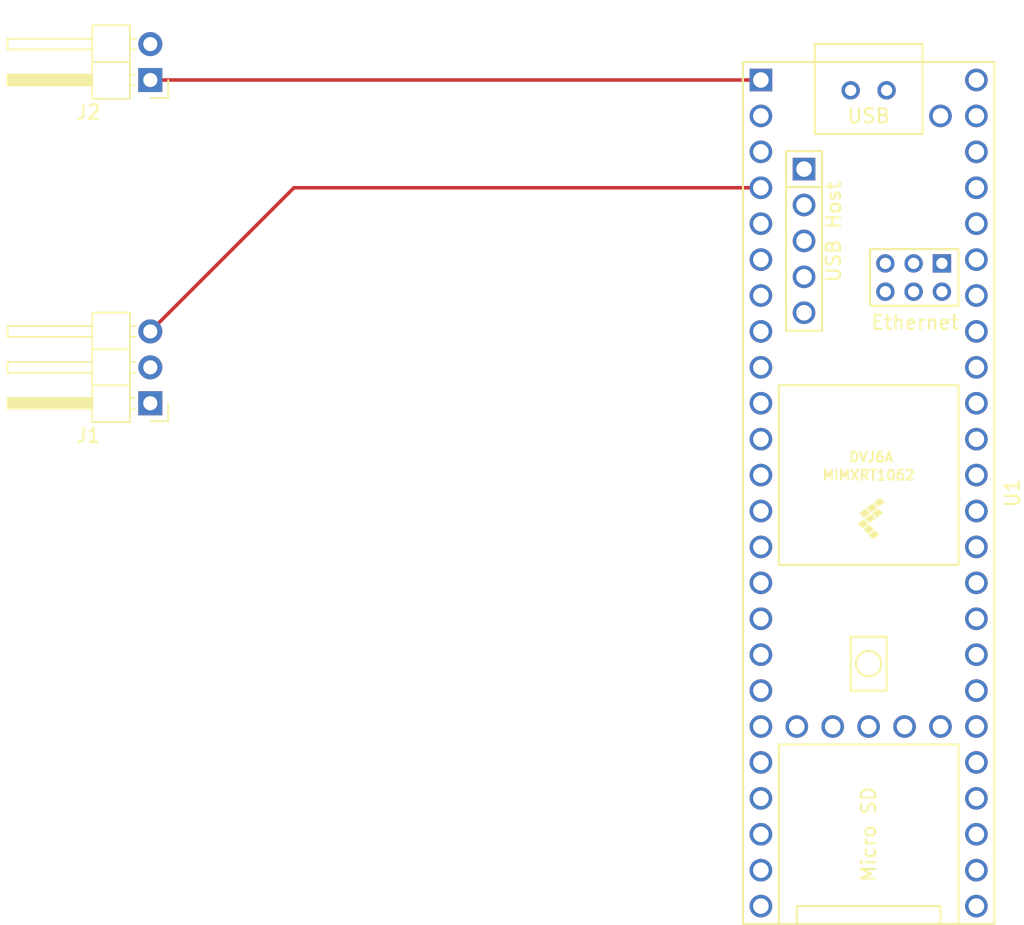
<source format=kicad_pcb>
(kicad_pcb (version 20221018) (generator pcbnew)
  (layers (0 "F.Cu" signal) (31 "B.Cu" signal) (34 "B.Paste" user) (35 "F.Paste" user) (36 "B.SilkS" user "B.Silkscreen") (37 "F.SilkS" user "F.Silkscreen") (38 "B.Mask" user) (39 "F.Mask" user) (44 "Edge.Cuts" user))
  (net 0 "")
  (net 21 "GND")
  (net 67 "+5V")
  (net 68 "Net-(J1-Pin_3)")
  (footprint "teensy:Teensy41" (layer "F.Cu") (at 144.78 74.93 -90)
    (fp_text reference "U1" (at 0 -10.16 90) (layer "F.SilkS"))
    (fp_text value "Teensy4.1")
    (fp_text user "USB Host" (at -18.4658 2.4892 90) (layer "F.SilkS"))
    (fp_text user "Ethernet" (at -12.065 -3.2766) (layer "F.SilkS"))
    (fp_text user "MIMXRT1062" (at -1.27 0) (layer "F.SilkS") (effects (font (size 0.7 0.7))))
    (fp_text user "Micro SD" (at 24.13 0 90) (layer "F.SilkS"))
    (fp_text user "USB" (at -26.67 0) (layer "F.SilkS"))
    (fp_text user "DVJ6A" (at -2.54 -0.18) (layer "F.SilkS") (effects (font (size 0.7 0.7))))
    (fp_line (start -31.75 -3.81) (end -30.48 -3.81) (stroke (width 0.15)) (layer "F.SilkS"))
    (fp_line (start -31.75 3.81) (end -31.75 -3.81) (stroke (width 0.15)) (layer "F.SilkS"))
    (fp_line (start -30.48 -8.89) (end 30.48 -8.89) (stroke (width 0.15)) (layer "F.SilkS"))
    (fp_line (start -30.48 3.81) (end -31.75 3.81) (stroke (width 0.15)) (layer "F.SilkS"))
    (fp_line (start -30.48 8.89) (end -30.48 -8.89) (stroke (width 0.15)) (layer "F.SilkS"))
    (fp_line (start -25.4 -3.81) (end -30.48 -3.81) (stroke (width 0.15)) (layer "F.SilkS"))
    (fp_line (start -25.4 3.81) (end -30.48 3.81) (stroke (width 0.15)) (layer "F.SilkS"))
    (fp_line (start -25.4 3.81) (end -25.4 -3.81) (stroke (width 0.15)) (layer "F.SilkS"))
    (fp_line (start -24.1808 3.2992) (end -21.6408 3.2992) (stroke (width 0.15)) (layer "F.SilkS"))
    (fp_line (start -24.1808 3.2992) (end -11.4808 3.2992) (stroke (width 0.15)) (layer "F.SilkS"))
    (fp_line (start -24.1808 5.8392) (end -24.1808 3.2992) (stroke (width 0.15)) (layer "F.SilkS"))
    (fp_line (start -21.6408 3.2992) (end -21.6408 5.8392) (stroke (width 0.15)) (layer "F.SilkS"))
    (fp_line (start -17.25 -6.3516) (end -17.25 -6.1016) (stroke (width 0.15)) (layer "F.SilkS"))
    (fp_line (start -17.25 -6.1016) (end -17.25 -0.1016) (stroke (width 0.15)) (layer "F.SilkS"))
    (fp_line (start -17.25 -0.1016) (end -13.25 -0.1016) (stroke (width 0.15)) (layer "F.SilkS"))
    (fp_line (start -13.25 -6.3516) (end -17.25 -6.3516) (stroke (width 0.15)) (layer "F.SilkS"))
    (fp_line (start -13.25 -0.1016) (end -13.25 -6.3516) (stroke (width 0.15)) (layer "F.SilkS"))
    (fp_line (start -11.4808 3.2992) (end -11.4808 5.8392) (stroke (width 0.15)) (layer "F.SilkS"))
    (fp_line (start -11.4808 5.8392) (end -24.1808 5.8392) (stroke (width 0.15)) (layer "F.SilkS"))
    (fp_line (start -7.62 -6.35) (end -7.62 6.35) (stroke (width 0.15)) (layer "F.SilkS"))
    (fp_line (start -7.62 6.35) (end 5.08 6.35) (stroke (width 0.15)) (layer "F.SilkS"))
    (fp_line (start 5.08 -6.35) (end -7.62 -6.35) (stroke (width 0.15)) (layer "F.SilkS"))
    (fp_line (start 5.08 6.35) (end 5.08 -6.35) (stroke (width 0.15)) (layer "F.SilkS"))
    (fp_line (start 10.16 -1.27) (end 13.97 -1.27) (stroke (width 0.15)) (layer "F.SilkS"))
    (fp_line (start 10.16 1.27) (end 10.16 -1.27) (stroke (width 0.15)) (layer "F.SilkS"))
    (fp_line (start 13.97 -1.27) (end 13.97 1.27) (stroke (width 0.15)) (layer "F.SilkS"))
    (fp_line (start 13.97 1.27) (end 10.16 1.27) (stroke (width 0.15)) (layer "F.SilkS"))
    (fp_line (start 17.78 -6.35) (end 17.78 6.35) (stroke (width 0.15)) (layer "F.SilkS"))
    (fp_line (start 17.78 6.35) (end 30.48 6.35) (stroke (width 0.15)) (layer "F.SilkS"))
    (fp_line (start 29.21 -5.08) (end 29.21 5.08) (stroke (width 0.15)) (layer "F.SilkS"))
    (fp_line (start 29.21 5.08) (end 30.48 5.08) (stroke (width 0.15)) (layer "F.SilkS"))
    (fp_line (start 30.48 -8.89) (end 30.48 8.89) (stroke (width 0.15)) (layer "F.SilkS"))
    (fp_line (start 30.48 -6.35) (end 17.78 -6.35) (stroke (width 0.15)) (layer "F.SilkS"))
    (fp_line (start 30.48 -5.08) (end 29.21 -5.08) (stroke (width 0.15)) (layer "F.SilkS"))
    (fp_line (start 30.48 8.89) (end -30.48 8.89) (stroke (width 0.15)) (layer "F.SilkS"))
    (fp_circle (center 12.065 0) (end 12.7 -0.635) (stroke (width 0.15)) (fill none) (layer "F.SilkS"))
    (fp_poly (pts (xy 0.911 -0.688) (xy 0.657 -0.434) (xy 0.403 -0.815) (xy 0.657 -1.069)) (stroke (width 0.1)) (fill solid) (layer "F.SilkS"))
    (fp_poly (pts (xy 1.292 -0.18) (xy 1.038 0.074) (xy 0.784 -0.307) (xy 1.038 -0.561)) (stroke (width 0.1)) (fill solid) (layer "F.SilkS"))
    (fp_poly (pts (xy 1.673 -0.561) (xy 1.419 -0.307) (xy 1.165 -0.688) (xy 1.419 -0.942)) (stroke (width 0.1)) (fill solid) (layer "F.SilkS"))
    (fp_poly (pts (xy 1.673 0.328) (xy 1.419 0.582) (xy 1.165 0.201) (xy 1.419 -0.053)) (stroke (width 0.1)) (fill solid) (layer "F.SilkS"))
    (fp_poly (pts (xy 2.054 -0.053) (xy 1.8 0.201) (xy 1.546 -0.18) (xy 1.8 -0.434)) (stroke (width 0.1)) (fill solid) (layer "F.SilkS"))
    (fp_poly (pts (xy 2.435 0.455) (xy 2.181 0.709) (xy 1.927 0.328) (xy 2.181 0.074)) (stroke (width 0.1)) (fill solid) (layer "F.SilkS"))
    (fp_poly (pts (xy 2.816 0.074) (xy 2.562 0.328) (xy 2.308 -0.053) (xy 2.562 -0.307)) (stroke (width 0.1)) (fill solid) (layer "F.SilkS"))
    (fp_poly (pts (xy 3.197 -0.307) (xy 2.943 -0.053) (xy 2.689 -0.434) (xy 2.943 -0.688)) (stroke (width 0.1)) (fill solid) (layer "F.SilkS"))
    (pad "1" thru_hole rect (at -29.21 7.62 270) (size 1.6 1.6) (drill 1.1) (layers "*.Cu" "*.Mask") (net 21 "GND"))
    (pad "2" thru_hole circle (at -26.67 7.62 270) (size 1.6 1.6) (drill 1.1) (layers "*.Cu" "*.Mask"))
    (pad "3" thru_hole circle (at -24.13 7.62 270) (size 1.6 1.6) (drill 1.1) (layers "*.Cu" "*.Mask"))
    (pad "4" thru_hole circle (at -21.59 7.62 270) (size 1.6 1.6) (drill 1.1) (layers "*.Cu" "*.Mask") (net 68 "Net-(J1-Pin_3)"))
    (pad "5" thru_hole circle (at -19.05 7.62 270) (size 1.6 1.6) (drill 1.1) (layers "*.Cu" "*.Mask"))
    (pad "6" thru_hole circle (at -16.51 7.62 270) (size 1.6 1.6) (drill 1.1) (layers "*.Cu" "*.Mask"))
    (pad "7" thru_hole circle (at -13.97 7.62 270) (size 1.6 1.6) (drill 1.1) (layers "*.Cu" "*.Mask"))
    (pad "8" thru_hole circle (at -11.43 7.62 270) (size 1.6 1.6) (drill 1.1) (layers "*.Cu" "*.Mask"))
    (pad "9" thru_hole circle (at -8.89 7.62 270) (size 1.6 1.6) (drill 1.1) (layers "*.Cu" "*.Mask"))
    (pad "10" thru_hole circle (at -6.35 7.62 270) (size 1.6 1.6) (drill 1.1) (layers "*.Cu" "*.Mask"))
    (pad "11" thru_hole circle (at -3.81 7.62 270) (size 1.6 1.6) (drill 1.1) (layers "*.Cu" "*.Mask"))
    (pad "12" thru_hole circle (at -1.27 7.62 270) (size 1.6 1.6) (drill 1.1) (layers "*.Cu" "*.Mask"))
    (pad "13" thru_hole circle (at 1.27 7.62 270) (size 1.6 1.6) (drill 1.1) (layers "*.Cu" "*.Mask"))
    (pad "14" thru_hole circle (at 3.81 7.62 270) (size 1.6 1.6) (drill 1.1) (layers "*.Cu" "*.Mask"))
    (pad "15" thru_hole circle (at 6.35 7.62 270) (size 1.6 1.6) (drill 1.1) (layers "*.Cu" "*.Mask"))
    (pad "16" thru_hole circle (at 8.89 7.62 270) (size 1.6 1.6) (drill 1.1) (layers "*.Cu" "*.Mask"))
    (pad "17" thru_hole circle (at 11.43 7.62 270) (size 1.6 1.6) (drill 1.1) (layers "*.Cu" "*.Mask"))
    (pad "18" thru_hole circle (at 13.97 7.62 270) (size 1.6 1.6) (drill 1.1) (layers "*.Cu" "*.Mask"))
    (pad "19" thru_hole circle (at 16.51 7.62 270) (size 1.6 1.6) (drill 1.1) (layers "*.Cu" "*.Mask"))
    (pad "20" thru_hole circle (at 19.05 7.62 270) (size 1.6 1.6) (drill 1.1) (layers "*.Cu" "*.Mask"))
    (pad "21" thru_hole circle (at 21.59 7.62 270) (size 1.6 1.6) (drill 1.1) (layers "*.Cu" "*.Mask"))
    (pad "22" thru_hole circle (at 24.13 7.62 270) (size 1.6 1.6) (drill 1.1) (layers "*.Cu" "*.Mask"))
    (pad "23" thru_hole circle (at 26.67 7.62 270) (size 1.6 1.6) (drill 1.1) (layers "*.Cu" "*.Mask"))
    (pad "24" thru_hole circle (at 29.21 7.62 270) (size 1.6 1.6) (drill 1.1) (layers "*.Cu" "*.Mask"))
    (pad "25" thru_hole circle (at 29.21 -7.62 270) (size 1.6 1.6) (drill 1.1) (layers "*.Cu" "*.Mask"))
    (pad "26" thru_hole circle (at 26.67 -7.62 270) (size 1.6 1.6) (drill 1.1) (layers "*.Cu" "*.Mask"))
    (pad "27" thru_hole circle (at 24.13 -7.62 270) (size 1.6 1.6) (drill 1.1) (layers "*.Cu" "*.Mask"))
    (pad "28" thru_hole circle (at 21.59 -7.62 270) (size 1.6 1.6) (drill 1.1) (layers "*.Cu" "*.Mask"))
    (pad "29" thru_hole circle (at 19.05 -7.62 270) (size 1.6 1.6) (drill 1.1) (layers "*.Cu" "*.Mask"))
    (pad "30" thru_hole circle (at 16.51 -7.62 270) (size 1.6 1.6) (drill 1.1) (layers "*.Cu" "*.Mask"))
    (pad "31" thru_hole circle (at 13.97 -7.62 270) (size 1.6 1.6) (drill 1.1) (layers "*.Cu" "*.Mask"))
    (pad "32" thru_hole circle (at 11.43 -7.62 270) (size 1.6 1.6) (drill 1.1) (layers "*.Cu" "*.Mask"))
    (pad "33" thru_hole circle (at 8.89 -7.62 270) (size 1.6 1.6) (drill 1.1) (layers "*.Cu" "*.Mask"))
    (pad "34" thru_hole circle (at 6.35 -7.62 270) (size 1.6 1.6) (drill 1.1) (layers "*.Cu" "*.Mask"))
    (pad "35" thru_hole circle (at 3.81 -7.62 270) (size 1.6 1.6) (drill 1.1) (layers "*.Cu" "*.Mask"))
    (pad "36" thru_hole circle (at 1.27 -7.62 270) (size 1.6 1.6) (drill 1.1) (layers "*.Cu" "*.Mask"))
    (pad "37" thru_hole circle (at -1.27 -7.62 270) (size 1.6 1.6) (drill 1.1) (layers "*.Cu" "*.Mask"))
    (pad "38" thru_hole circle (at -3.81 -7.62 270) (size 1.6 1.6) (drill 1.1) (layers "*.Cu" "*.Mask"))
    (pad "39" thru_hole circle (at -6.35 -7.62 270) (size 1.6 1.6) (drill 1.1) (layers "*.Cu" "*.Mask"))
    (pad "40" thru_hole circle (at -8.89 -7.62 270) (size 1.6 1.6) (drill 1.1) (layers "*.Cu" "*.Mask"))
    (pad "41" thru_hole circle (at -11.43 -7.62 270) (size 1.6 1.6) (drill 1.1) (layers "*.Cu" "*.Mask"))
    (pad "42" thru_hole circle (at -13.97 -7.62 270) (size 1.6 1.6) (drill 1.1) (layers "*.Cu" "*.Mask"))
    (pad "43" thru_hole circle (at -16.51 -7.62 270) (size 1.6 1.6) (drill 1.1) (layers "*.Cu" "*.Mask"))
    (pad "44" thru_hole circle (at -19.05 -7.62 270) (size 1.6 1.6) (drill 1.1) (layers "*.Cu" "*.Mask"))
    (pad "45" thru_hole circle (at -21.59 -7.62 270) (size 1.6 1.6) (drill 1.1) (layers "*.Cu" "*.Mask"))
    (pad "46" thru_hole circle (at -24.13 -7.62 270) (size 1.6 1.6) (drill 1.1) (layers "*.Cu" "*.Mask"))
    (pad "47" thru_hole circle (at -26.67 -7.62 270) (size 1.6 1.6) (drill 1.1) (layers "*.Cu" "*.Mask"))
    (pad "48" thru_hole circle (at -29.21 -7.62 270) (size 1.6 1.6) (drill 1.1) (layers "*.Cu" "*.Mask"))
    (pad "49" thru_hole circle (at -26.67 -5.08 270) (size 1.6 1.6) (drill 1.1) (layers "*.Cu" "*.Mask"))
    (pad "50" thru_hole circle (at 16.51 5.08 270) (size 1.6 1.6) (drill 1.1) (layers "*.Cu" "*.Mask"))
    (pad "51" thru_hole circle (at 16.51 2.54 270) (size 1.6 1.6) (drill 1.1) (layers "*.Cu" "*.Mask"))
    (pad "52" thru_hole circle (at 16.51 0 270) (size 1.6 1.6) (drill 1.1) (layers "*.Cu" "*.Mask"))
    (pad "53" thru_hole circle (at 16.51 -2.54 270) (size 1.6 1.6) (drill 1.1) (layers "*.Cu" "*.Mask"))
    (pad "54" thru_hole circle (at 16.51 -5.08 270) (size 1.6 1.6) (drill 1.1) (layers "*.Cu" "*.Mask"))
    (pad "55" thru_hole rect (at -22.9108 4.5692 270) (size 1.6 1.6) (drill 1.1) (layers "*.Cu" "*.Mask"))
    (pad "56" thru_hole circle (at -20.3708 4.5692 270) (size 1.6 1.6) (drill 1.1) (layers "*.Cu" "*.Mask"))
    (pad "57" thru_hole circle (at -17.8308 4.5692 270) (size 1.6 1.6) (drill 1.1) (layers "*.Cu" "*.Mask"))
    (pad "58" thru_hole circle (at -15.2908 4.5692 270) (size 1.6 1.6) (drill 1.1) (layers "*.Cu" "*.Mask"))
    (pad "59" thru_hole circle (at -12.7508 4.5692 270) (size 1.6 1.6) (drill 1.1) (layers "*.Cu" "*.Mask"))
    (pad "60" thru_hole rect (at -16.24 -5.1816 270) (size 1.3 1.3) (drill 0.8) (layers "*.Cu" "*.Mask"))
    (pad "61" thru_hole circle (at -16.24 -3.1816 270) (size 1.3 1.3) (drill 0.8) (layers "*.Cu" "*.Mask"))
    (pad "62" thru_hole circle (at -16.24 -1.1816 270) (size 1.3 1.3) (drill 0.8) (layers "*.Cu" "*.Mask"))
    (pad "63" thru_hole circle (at -14.24 -1.1816 270) (size 1.3 1.3) (drill 0.8) (layers "*.Cu" "*.Mask"))
    (pad "64" thru_hole circle (at -14.24 -3.1816 270) (size 1.3 1.3) (drill 0.8) (layers "*.Cu" "*.Mask"))
    (pad "65" thru_hole circle (at -14.24 -5.1816 270) (size 1.3 1.3) (drill 0.8) (layers "*.Cu" "*.Mask"))
    (pad "66" thru_hole circle (at -28.48 -1.27 270) (size 1.3 1.3) (drill 0.8) (layers "*.Cu" "*.Mask"))
    (pad "67" thru_hole circle (at -28.48 1.27 270) (size 1.3 1.3) (drill 0.8) (layers "*.Cu" "*.Mask"))
  )
  (footprint "Connector_PinHeader_2.54mm:PinHeader_1x03_P2.54mm_Horizontal" (layer "F.Cu") (at 93.98 68.58 180)
    (fp_text reference "J1" (at 4.385 -2.27) (layer "F.SilkS"))
    (fp_text value "Conn_01x03_Pin")
    (fp_line (start -1.27 -1.27) (end 0 -1.27) (stroke (width 0.12)) (layer "F.SilkS"))
    (fp_line (start -1.27 0) (end -1.27 -1.27) (stroke (width 0.12)) (layer "F.SilkS"))
    (fp_line (start 1.042929 2.16) (end 1.44 2.16) (stroke (width 0.12)) (layer "F.SilkS"))
    (fp_line (start 1.042929 2.92) (end 1.44 2.92) (stroke (width 0.12)) (layer "F.SilkS"))
    (fp_line (start 1.042929 4.7) (end 1.44 4.7) (stroke (width 0.12)) (layer "F.SilkS"))
    (fp_line (start 1.042929 5.46) (end 1.44 5.46) (stroke (width 0.12)) (layer "F.SilkS"))
    (fp_line (start 1.11 -0.38) (end 1.44 -0.38) (stroke (width 0.12)) (layer "F.SilkS"))
    (fp_line (start 1.11 0.38) (end 1.44 0.38) (stroke (width 0.12)) (layer "F.SilkS"))
    (fp_line (start 1.44 -1.33) (end 1.44 6.41) (stroke (width 0.12)) (layer "F.SilkS"))
    (fp_line (start 1.44 1.27) (end 4.1 1.27) (stroke (width 0.12)) (layer "F.SilkS"))
    (fp_line (start 1.44 3.81) (end 4.1 3.81) (stroke (width 0.12)) (layer "F.SilkS"))
    (fp_line (start 1.44 6.41) (end 4.1 6.41) (stroke (width 0.12)) (layer "F.SilkS"))
    (fp_line (start 4.1 -1.33) (end 1.44 -1.33) (stroke (width 0.12)) (layer "F.SilkS"))
    (fp_line (start 4.1 -0.38) (end 10.1 -0.38) (stroke (width 0.12)) (layer "F.SilkS"))
    (fp_line (start 4.1 -0.32) (end 10.1 -0.32) (stroke (width 0.12)) (layer "F.SilkS"))
    (fp_line (start 4.1 -0.2) (end 10.1 -0.2) (stroke (width 0.12)) (layer "F.SilkS"))
    (fp_line (start 4.1 -0.08) (end 10.1 -0.08) (stroke (width 0.12)) (layer "F.SilkS"))
    (fp_line (start 4.1 0.04) (end 10.1 0.04) (stroke (width 0.12)) (layer "F.SilkS"))
    (fp_line (start 4.1 0.16) (end 10.1 0.16) (stroke (width 0.12)) (layer "F.SilkS"))
    (fp_line (start 4.1 0.28) (end 10.1 0.28) (stroke (width 0.12)) (layer "F.SilkS"))
    (fp_line (start 4.1 2.16) (end 10.1 2.16) (stroke (width 0.12)) (layer "F.SilkS"))
    (fp_line (start 4.1 4.7) (end 10.1 4.7) (stroke (width 0.12)) (layer "F.SilkS"))
    (fp_line (start 4.1 6.41) (end 4.1 -1.33) (stroke (width 0.12)) (layer "F.SilkS"))
    (fp_line (start 10.1 -0.38) (end 10.1 0.38) (stroke (width 0.12)) (layer "F.SilkS"))
    (fp_line (start 10.1 0.38) (end 4.1 0.38) (stroke (width 0.12)) (layer "F.SilkS"))
    (fp_line (start 10.1 2.16) (end 10.1 2.92) (stroke (width 0.12)) (layer "F.SilkS"))
    (fp_line (start 10.1 2.92) (end 4.1 2.92) (stroke (width 0.12)) (layer "F.SilkS"))
    (fp_line (start 10.1 4.7) (end 10.1 5.46) (stroke (width 0.12)) (layer "F.SilkS"))
    (fp_line (start 10.1 5.46) (end 4.1 5.46) (stroke (width 0.12)) (layer "F.SilkS"))
    (pad "1" thru_hole rect (at 0 0 180) (size 1.7 1.7) (drill 1) (layers "*.Cu" "*.Mask") (net 21 "GND"))
    (pad "2" thru_hole oval (at 0 2.54 180) (size 1.7 1.7) (drill 1) (layers "*.Cu" "*.Mask") (net 67 "+5V"))
    (pad "3" thru_hole oval (at 0 5.08 180) (size 1.7 1.7) (drill 1) (layers "*.Cu" "*.Mask") (net 68 "Net-(J1-Pin_3)"))
  )
  (footprint "Connector_PinHeader_2.54mm:PinHeader_1x02_P2.54mm_Horizontal" (layer "F.Cu") (at 93.98 45.72 180)
    (fp_text reference "J2" (at 4.385 -2.27) (layer "F.SilkS"))
    (fp_text value "Conn_01x02_Pin")
    (fp_line (start -1.27 -1.27) (end 0 -1.27) (stroke (width 0.12)) (layer "F.SilkS"))
    (fp_line (start -1.27 0) (end -1.27 -1.27) (stroke (width 0.12)) (layer "F.SilkS"))
    (fp_line (start 1.042929 2.16) (end 1.44 2.16) (stroke (width 0.12)) (layer "F.SilkS"))
    (fp_line (start 1.042929 2.92) (end 1.44 2.92) (stroke (width 0.12)) (layer "F.SilkS"))
    (fp_line (start 1.11 -0.38) (end 1.44 -0.38) (stroke (width 0.12)) (layer "F.SilkS"))
    (fp_line (start 1.11 0.38) (end 1.44 0.38) (stroke (width 0.12)) (layer "F.SilkS"))
    (fp_line (start 1.44 -1.33) (end 1.44 3.87) (stroke (width 0.12)) (layer "F.SilkS"))
    (fp_line (start 1.44 1.27) (end 4.1 1.27) (stroke (width 0.12)) (layer "F.SilkS"))
    (fp_line (start 1.44 3.87) (end 4.1 3.87) (stroke (width 0.12)) (layer "F.SilkS"))
    (fp_line (start 4.1 -1.33) (end 1.44 -1.33) (stroke (width 0.12)) (layer "F.SilkS"))
    (fp_line (start 4.1 -0.38) (end 10.1 -0.38) (stroke (width 0.12)) (layer "F.SilkS"))
    (fp_line (start 4.1 -0.32) (end 10.1 -0.32) (stroke (width 0.12)) (layer "F.SilkS"))
    (fp_line (start 4.1 -0.2) (end 10.1 -0.2) (stroke (width 0.12)) (layer "F.SilkS"))
    (fp_line (start 4.1 -0.08) (end 10.1 -0.08) (stroke (width 0.12)) (layer "F.SilkS"))
    (fp_line (start 4.1 0.04) (end 10.1 0.04) (stroke (width 0.12)) (layer "F.SilkS"))
    (fp_line (start 4.1 0.16) (end 10.1 0.16) (stroke (width 0.12)) (layer "F.SilkS"))
    (fp_line (start 4.1 0.28) (end 10.1 0.28) (stroke (width 0.12)) (layer "F.SilkS"))
    (fp_line (start 4.1 2.16) (end 10.1 2.16) (stroke (width 0.12)) (layer "F.SilkS"))
    (fp_line (start 4.1 3.87) (end 4.1 -1.33) (stroke (width 0.12)) (layer "F.SilkS"))
    (fp_line (start 10.1 -0.38) (end 10.1 0.38) (stroke (width 0.12)) (layer "F.SilkS"))
    (fp_line (start 10.1 0.38) (end 4.1 0.38) (stroke (width 0.12)) (layer "F.SilkS"))
    (fp_line (start 10.1 2.16) (end 10.1 2.92) (stroke (width 0.12)) (layer "F.SilkS"))
    (fp_line (start 10.1 2.92) (end 4.1 2.92) (stroke (width 0.12)) (layer "F.SilkS"))
    (pad "1" thru_hole rect (at 0 0 180) (size 1.7 1.7) (drill 1) (layers "*.Cu" "*.Mask") (net 21 "GND"))
    (pad "2" thru_hole oval (at 0 2.54 180) (size 1.7 1.7) (drill 1) (layers "*.Cu" "*.Mask") (net 67 "+5V"))
  )
  (segment (start 137.16 45.72) (end 93.98 45.72) (width 0.25) (layer "F.Cu") (net 21))
  (segment (start 137.16 53.34) (end 104.14 53.34) (width 0.25) (layer "F.Cu") (net 68))
  (segment (start 104.14 53.34) (end 93.98 63.5) (width 0.25) (layer "F.Cu") (net 68))
)
</source>
